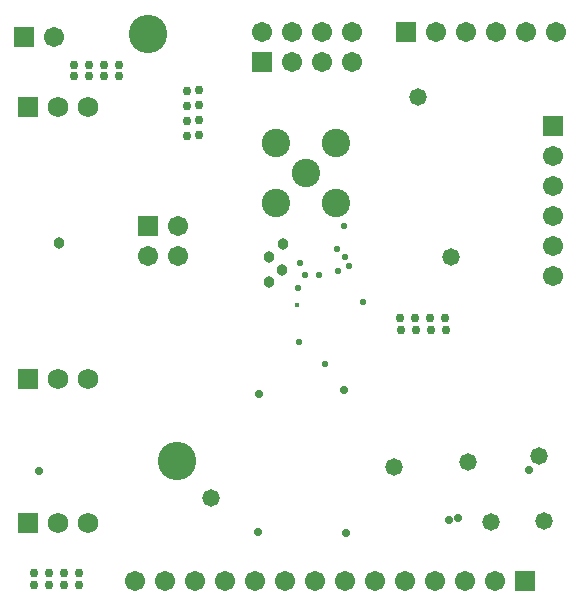
<source format=gbs>
G04*
G04 #@! TF.GenerationSoftware,Altium Limited,Altium Designer,18.0.9 (584)*
G04*
G04 Layer_Color=16711935*
%FSAX24Y24*%
%MOIN*%
G70*
G01*
G75*
%ADD41R,0.0671X0.0671*%
%ADD42C,0.0671*%
%ADD43C,0.0946*%
%ADD44R,0.0671X0.0671*%
%ADD45C,0.0690*%
%ADD46R,0.0690X0.0690*%
%ADD47C,0.0280*%
%ADD48C,0.0580*%
%ADD49C,0.0230*%
%ADD50C,0.0300*%
%ADD51C,0.0380*%
%ADD52C,0.0170*%
%ADD53C,0.1280*%
D41*
X044506Y020787D02*
D03*
X040553Y039055D02*
D03*
X035757Y038055D02*
D03*
X027813Y038898D02*
D03*
D42*
X043506Y020787D02*
D03*
X042506D02*
D03*
X041506D02*
D03*
X040506D02*
D03*
X039506D02*
D03*
X038506D02*
D03*
X037506D02*
D03*
X036506D02*
D03*
X035506D02*
D03*
X034506D02*
D03*
X033506D02*
D03*
X032506D02*
D03*
X031506D02*
D03*
X045553Y039055D02*
D03*
X044553D02*
D03*
X043553D02*
D03*
X042553D02*
D03*
X041553D02*
D03*
X035757D02*
D03*
X036757Y038055D02*
D03*
Y039055D02*
D03*
X037757Y038055D02*
D03*
Y039055D02*
D03*
X038757Y038055D02*
D03*
Y039055D02*
D03*
X032949Y031598D02*
D03*
X031949D02*
D03*
X032949Y032598D02*
D03*
X045457Y034953D02*
D03*
Y033953D02*
D03*
Y032953D02*
D03*
Y031953D02*
D03*
Y030953D02*
D03*
X028813Y038898D02*
D03*
D43*
X036207Y035366D02*
D03*
X038207D02*
D03*
Y033366D02*
D03*
X036207D02*
D03*
X037207Y034366D02*
D03*
D44*
X031949Y032598D02*
D03*
X045457Y035953D02*
D03*
D45*
X029946Y027520D02*
D03*
X028946D02*
D03*
X029946Y022700D02*
D03*
X028946D02*
D03*
X029946Y036571D02*
D03*
X028946D02*
D03*
D46*
X027946Y027520D02*
D03*
Y022700D02*
D03*
Y036571D02*
D03*
D47*
X038534Y022381D02*
D03*
X044660Y024485D02*
D03*
X038485Y027141D02*
D03*
X028320Y024434D02*
D03*
X035652Y026996D02*
D03*
X035620Y022389D02*
D03*
X042284Y022885D02*
D03*
X041974Y022791D02*
D03*
D48*
X043399Y022740D02*
D03*
X044967Y024922D02*
D03*
X040934Y036894D02*
D03*
X042061Y031572D02*
D03*
X045153Y022755D02*
D03*
X034055Y023543D02*
D03*
X040160Y024571D02*
D03*
X042628Y024738D02*
D03*
D49*
X037660Y030985D02*
D03*
X037199Y030962D02*
D03*
X037016Y031385D02*
D03*
X038271Y031110D02*
D03*
X038508Y031573D02*
D03*
X038661Y031277D02*
D03*
X036948Y030528D02*
D03*
X036992Y028731D02*
D03*
X039125Y030059D02*
D03*
X037863Y028002D02*
D03*
X038476Y032618D02*
D03*
X038262Y031837D02*
D03*
D50*
X029642Y021038D02*
D03*
X029142D02*
D03*
X028642D02*
D03*
X028142D02*
D03*
X028151Y020643D02*
D03*
X028651D02*
D03*
X029151D02*
D03*
X029651D02*
D03*
X033264Y037120D02*
D03*
Y036620D02*
D03*
Y036120D02*
D03*
Y035620D02*
D03*
X033659Y035629D02*
D03*
Y036129D02*
D03*
Y036629D02*
D03*
Y037129D02*
D03*
X030984Y037984D02*
D03*
X030484D02*
D03*
X029984D02*
D03*
X029484D02*
D03*
X029493Y037589D02*
D03*
X029993D02*
D03*
X030493D02*
D03*
X030993D02*
D03*
X041870Y029139D02*
D03*
X041370D02*
D03*
X040870D02*
D03*
X040370D02*
D03*
X040361Y029534D02*
D03*
X040861D02*
D03*
X041361D02*
D03*
X041861D02*
D03*
D51*
X035970Y030737D02*
D03*
X035984Y031563D02*
D03*
X036436Y031989D02*
D03*
X036433Y031140D02*
D03*
X028974Y032051D02*
D03*
D52*
X036930Y029971D02*
D03*
D53*
X031945Y039017D02*
D03*
X032911Y024784D02*
D03*
M02*

</source>
